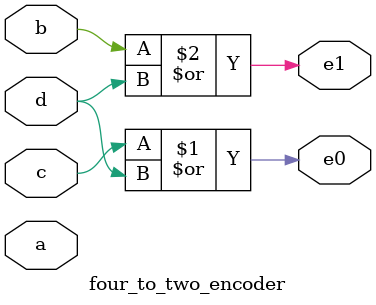
<source format=v>
`timescale 1ns / 1ps

module four_to_two_encoder(
    input a,
    input b,
    input c,
    input d,
    output e0,
    output e1
);

assign e0 = c | d;
assign e1 = b | d;

endmodule
</source>
